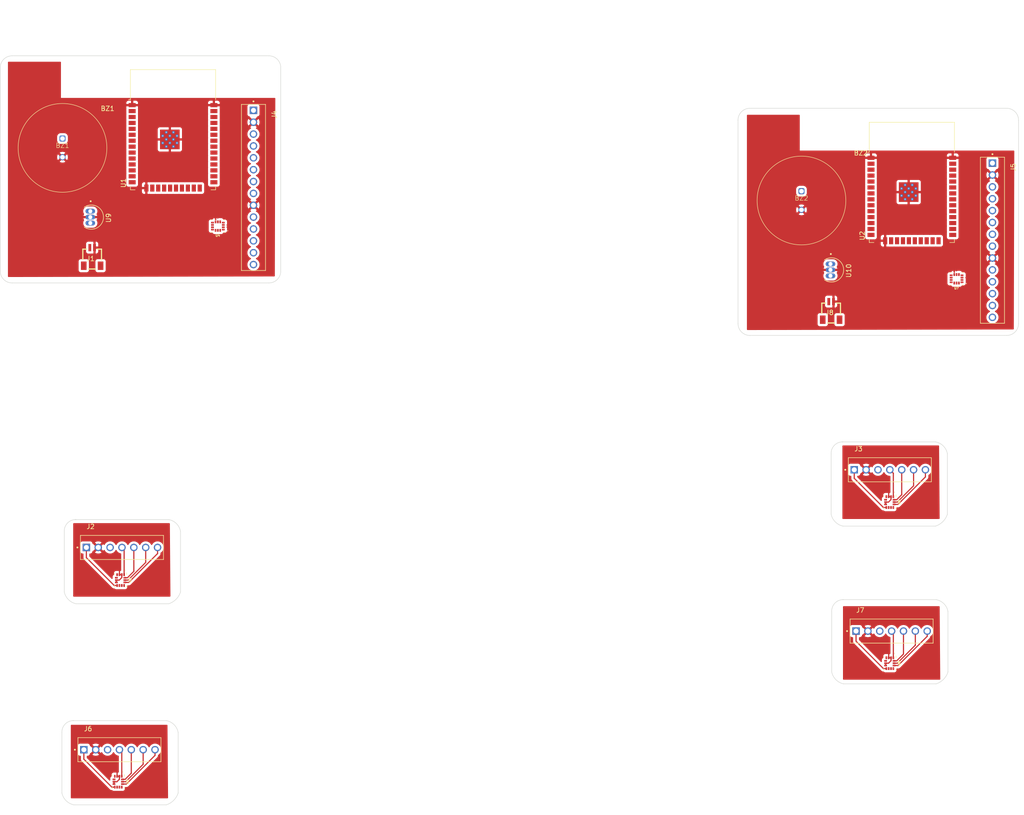
<source format=kicad_pcb>
(kicad_pcb (version 20221018) (generator pcbnew)
  (layers (0 "F.Cu" signal) (31 "B.Cu" signal) (34 "B.Paste" user) (35 "F.Paste" user) (36 "B.SilkS" user "B.Silkscreen") (37 "F.SilkS" user "F.Silkscreen") (38 "B.Mask" user) (39 "F.Mask" user) (44 "Edge.Cuts" user))
  (net 0 "")
  (net 1 "GND")
  (net 2 "+3.3V")
  (net 14 "Net-(BZ1-+)")
  (net 22 "MOSI")
  (net 26 "CS0")
  (net 27 "CS2")
  (net 29 "CLK")
  (net 30 "MISO")
  (net 32 "CS1")
  (net 48 "Net-(BZ2-+)")
  (net 96 "Net-(U9-IN)")
  (net 97 "Net-(U10-IN)")
  (net 98 "3.3V")
  (footprint "LSM6DSMTR (1):PQFN50P300X250X86-14N" (layer "F.Cu") (at 43.942 171.577 -90)
    (fp_text reference "U5" (at 0.024 -2.0048 90) (layer "F.SilkS") (effects (font (size 0.48 0.48))))
    (fp_text value "LSM6DSMTR")
    (pad "1" smd rect (at -1.16 -0.75 270) (size 0.6 0.35) (layers "F.Cu" "F.Paste" "F.Mask") (net 30 "MISO"))
    (pad "2" smd rect (at -1.16 -0.25 270) (size 0.6 0.35) (layers "F.Cu" "F.Paste" "F.Mask") (net 1 "GND"))
    (pad "3" smd rect (at -1.16 0.25 270) (size 0.6 0.35) (layers "F.Cu" "F.Paste" "F.Mask") (net 1 "GND"))
    (pad "4" smd rect (at -1.16 0.75 270) (size 0.6 0.35) (layers "F.Cu" "F.Paste" "F.Mask"))
    (pad "5" smd rect (at -0.5 0.91) (size 0.6 0.35) (layers "F.Cu" "F.Paste" "F.Mask"))
    (pad "6" smd rect (at 0 0.91) (size 0.6 0.35) (layers "F.Cu" "F.Paste" "F.Mask") (net 1 "GND"))
    (pad "7" smd rect (at 0.5 0.91) (size 0.6 0.35) (layers "F.Cu" "F.Paste" "F.Mask") (net 1 "GND"))
    (pad "8" smd rect (at 1.16 0.75 270) (size 0.6 0.35) (layers "F.Cu" "F.Paste" "F.Mask") (net 2 "+3.3V"))
    (pad "9" smd rect (at 1.16 0.25 270) (size 0.6 0.35) (layers "F.Cu" "F.Paste" "F.Mask"))
    (pad "10" smd rect (at 1.16 -0.25 270) (size 0.6 0.35) (layers "F.Cu" "F.Paste" "F.Mask"))
    (pad "11" smd rect (at 1.16 -0.75 270) (size 0.6 0.35) (layers "F.Cu" "F.Paste" "F.Mask"))
    (pad "12" smd rect (at 0.5 -0.91) (size 0.6 0.35) (layers "F.Cu" "F.Paste" "F.Mask") (net 27 "CS2"))
    (pad "13" smd rect (at 0 -0.91) (size 0.6 0.35) (layers "F.Cu" "F.Paste" "F.Mask") (net 29 "CLK"))
    (pad "14" smd rect (at -0.5 -0.91) (size 0.6 0.35) (layers "F.Cu" "F.Paste" "F.Mask") (net 22 "MOSI"))
  )
  (footprint "69167-107HLF:AMPHENOL_69167-107HLF" (layer "F.Cu") (at 209.55 139.319)
    (fp_text reference "J7" (at -6.715 -4.465) (layer "F.SilkS"))
    (fp_text value "69167-107HLF")
    (pad "01" thru_hole rect (at -7.62 0) (size 1.59 1.59) (drill 1.06) (layers "*.Cu" "*.Mask") (net 2 "+3.3V"))
    (pad "02" thru_hole circle (at -5.08 0) (size 1.59 1.59) (drill 1.06) (layers "*.Cu" "*.Mask") (net 1 "GND"))
    (pad "03" thru_hole circle (at -2.54 0) (size 1.59 1.59) (drill 1.06) (layers "*.Cu" "*.Mask"))
    (pad "04" thru_hole circle (at 0 0) (size 1.59 1.59) (drill 1.06) (layers "*.Cu" "*.Mask") (net 30 "MISO"))
    (pad "05" thru_hole circle (at 2.54 0) (size 1.59 1.59) (drill 1.06) (layers "*.Cu" "*.Mask") (net 22 "MOSI"))
    (pad "06" thru_hole circle (at 5.08 0) (size 1.59 1.59) (drill 1.06) (layers "*.Cu" "*.Mask") (net 29 "CLK"))
    (pad "07" thru_hole circle (at 7.62 0) (size 1.59 1.59) (drill 1.06) (layers "*.Cu" "*.Mask") (net 27 "CS2"))
  )
  (footprint "LSM6DSMTR (1):PQFN50P300X250X86-14N" (layer "F.Cu") (at 44.45 128.397 -90)
    (fp_text reference "U3" (at 0.024 -2.0048 90) (layer "F.SilkS") (effects (font (size 0.48 0.48))))
    (fp_text value "LSM6DSMTR")
    (pad "1" smd rect (at -1.16 -0.75 270) (size 0.6 0.35) (layers "F.Cu" "F.Paste" "F.Mask") (net 30 "MISO"))
    (pad "2" smd rect (at -1.16 -0.25 270) (size 0.6 0.35) (layers "F.Cu" "F.Paste" "F.Mask") (net 1 "GND"))
    (pad "3" smd rect (at -1.16 0.25 270) (size 0.6 0.35) (layers "F.Cu" "F.Paste" "F.Mask") (net 1 "GND"))
    (pad "4" smd rect (at -1.16 0.75 270) (size 0.6 0.35) (layers "F.Cu" "F.Paste" "F.Mask"))
    (pad "5" smd rect (at -0.5 0.91) (size 0.6 0.35) (layers "F.Cu" "F.Paste" "F.Mask"))
    (pad "6" smd rect (at 0 0.91) (size 0.6 0.35) (layers "F.Cu" "F.Paste" "F.Mask") (net 1 "GND"))
    (pad "7" smd rect (at 0.5 0.91) (size 0.6 0.35) (layers "F.Cu" "F.Paste" "F.Mask") (net 1 "GND"))
    (pad "8" smd rect (at 1.16 0.75 270) (size 0.6 0.35) (layers "F.Cu" "F.Paste" "F.Mask") (net 2 "+3.3V"))
    (pad "9" smd rect (at 1.16 0.25 270) (size 0.6 0.35) (layers "F.Cu" "F.Paste" "F.Mask"))
    (pad "10" smd rect (at 1.16 -0.25 270) (size 0.6 0.35) (layers "F.Cu" "F.Paste" "F.Mask"))
    (pad "11" smd rect (at 1.16 -0.75 270) (size 0.6 0.35) (layers "F.Cu" "F.Paste" "F.Mask"))
    (pad "12" smd rect (at 0.5 -0.91) (size 0.6 0.35) (layers "F.Cu" "F.Paste" "F.Mask") (net 26 "CS0"))
    (pad "13" smd rect (at 0 -0.91) (size 0.6 0.35) (layers "F.Cu" "F.Paste" "F.Mask") (net 29 "CLK"))
    (pad "14" smd rect (at -0.5 -0.91) (size 0.6 0.35) (layers "F.Cu" "F.Paste" "F.Mask") (net 22 "MOSI"))
  )
  (footprint "69167-114HLF:AMPHENOL_69167-114HLF" (layer "F.Cu") (at 231.14 55.626 -90)
    (fp_text reference "J5" (at -15.605 -4.465 90) (layer "F.SilkS"))
    (fp_text value "69167-114HLF")
    (pad "01" thru_hole rect (at -16.51 0 270) (size 1.59 1.59) (drill 1.06) (layers "*.Cu" "*.Mask") (net 2 "+3.3V"))
    (pad "02" thru_hole circle (at -13.97 0 270) (size 1.59 1.59) (drill 1.06) (layers "*.Cu" "*.Mask") (net 1 "GND"))
    (pad "03" thru_hole circle (at -11.43 0 270) (size 1.59 1.59) (drill 1.06) (layers "*.Cu" "*.Mask"))
    (pad "04" thru_hole circle (at -8.89 0 270) (size 1.59 1.59) (drill 1.06) (layers "*.Cu" "*.Mask") (net 30 "MISO"))
    (pad "05" thru_hole circle (at -6.35 0 270) (size 1.59 1.59) (drill 1.06) (layers "*.Cu" "*.Mask") (net 22 "MOSI"))
    (pad "06" thru_hole circle (at -3.81 0 270) (size 1.59 1.59) (drill 1.06) (layers "*.Cu" "*.Mask") (net 29 "CLK"))
    (pad "07" thru_hole circle (at -1.27 0 270) (size 1.59 1.59) (drill 1.06) (layers "*.Cu" "*.Mask") (net 27 "CS2"))
    (pad "08" thru_hole circle (at 1.27 0 270) (size 1.59 1.59) (drill 1.06) (layers "*.Cu" "*.Mask") (net 2 "+3.3V"))
    (pad "09" thru_hole circle (at 3.81 0 270) (size 1.59 1.59) (drill 1.06) (layers "*.Cu" "*.Mask") (net 1 "GND"))
    (pad "10" thru_hole circle (at 6.35 0 270) (size 1.59 1.59) (drill 1.06) (layers "*.Cu" "*.Mask"))
    (pad "11" thru_hole circle (at 8.89 0 270) (size 1.59 1.59) (drill 1.06) (layers "*.Cu" "*.Mask") (net 30 "MISO"))
    (pad "12" thru_hole circle (at 11.43 0 270) (size 1.59 1.59) (drill 1.06) (layers "*.Cu" "*.Mask") (net 22 "MOSI"))
    (pad "13" thru_hole circle (at 13.97 0 270) (size 1.59 1.59) (drill 1.06) (layers "*.Cu" "*.Mask") (net 29 "CLK"))
    (pad "14" thru_hole circle (at 16.51 0 270) (size 1.59 1.59) (drill 1.06) (layers "*.Cu" "*.Mask") (net 26 "CS0"))
  )
  (footprint "SM02B-SRSS-TB_LF__SN_:SM02B-SRSS-TB_LF__SN_" (layer "F.Cu") (at 38.354 59.182)
    (fp_text reference "J1" (at -0.346857 0.390964) (layer "F.SilkS") (effects (font (size 1.00248 1.00248))))
    (fp_text value "SM02B-SRSS-TB_LF__SN_")
    (pad "1" smd rect (at -0.5 -1.975 90) (size 1.55 0.6) (layers "F.Cu" "F.Paste" "F.Mask") (net 96 "Net-(U9-IN)"))
    (pad "2" smd rect (at 0.5 -1.975 90) (size 1.55 0.6) (layers "F.Cu" "F.Paste" "F.Mask") (net 1 "GND"))
    (pad "3" smd rect (at -1.8 1.9 90) (size 1.8 1.2) (layers "F.Cu" "F.Paste" "F.Mask"))
    (pad "4" smd rect (at 1.8 1.9 90) (size 1.8 1.2) (layers "F.Cu" "F.Paste" "F.Mask"))
  )
  (footprint "RF_Module:ESP32-WROOM-32" (layer "F.Cu") (at 55.67 34.945)
    (fp_text reference "U1" (at -10.61 8.43 90) (layer "F.SilkS"))
    (fp_text value "ESP32-WROOM-32")
    (pad "1" smd rect (at -8.75 -8.25) (size 1.5 0.9) (layers "F.Cu" "F.Paste" "F.Mask") (net 1 "GND"))
    (pad "2" smd rect (at -8.75 -6.98) (size 1.5 0.9) (layers "F.Cu" "F.Paste" "F.Mask") (net 98 "3.3V"))
    (pad "3" smd rect (at -8.75 -5.71) (size 1.5 0.9) (layers "F.Cu" "F.Paste" "F.Mask"))
    (pad "4" smd rect (at -8.75 -4.44) (size 1.5 0.9) (layers "F.Cu" "F.Paste" "F.Mask"))
    (pad "5" smd rect (at -8.75 -3.17) (size 1.5 0.9) (layers "F.Cu" "F.Paste" "F.Mask"))
    (pad "6" smd rect (at -8.75 -1.9) (size 1.5 0.9) (layers "F.Cu" "F.Paste" "F.Mask"))
    (pad "7" smd rect (at -8.75 -0.63) (size 1.5 0.9) (layers "F.Cu" "F.Paste" "F.Mask"))
    (pad "8" smd rect (at -8.75 0.64) (size 1.5 0.9) (layers "F.Cu" "F.Paste" "F.Mask"))
    (pad "9" smd rect (at -8.75 1.91) (size 1.5 0.9) (layers "F.Cu" "F.Paste" "F.Mask"))
    (pad "10" smd rect (at -8.75 3.18) (size 1.5 0.9) (layers "F.Cu" "F.Paste" "F.Mask"))
    (pad "11" smd rect (at -8.75 4.45) (size 1.5 0.9) (layers "F.Cu" "F.Paste" "F.Mask"))
    (pad "12" smd rect (at -8.75 5.72) (size 1.5 0.9) (layers "F.Cu" "F.Paste" "F.Mask"))
    (pad "13" smd rect (at -8.75 6.99) (size 1.5 0.9) (layers "F.Cu" "F.Paste" "F.Mask"))
    (pad "14" smd rect (at -8.75 8.26) (size 1.5 0.9) (layers "F.Cu" "F.Paste" "F.Mask"))
    (pad "15" smd rect (at -5.71 9.51 90) (size 1.5 0.9) (layers "F.Cu" "F.Paste" "F.Mask") (net 1 "GND"))
    (pad "16" smd rect (at -4.44 9.51 90) (size 1.5 0.9) (layers "F.Cu" "F.Paste" "F.Mask"))
    (pad "17" smd rect (at -3.17 9.51 90) (size 1.5 0.9) (layers "F.Cu" "F.Paste" "F.Mask"))
    (pad "18" smd rect (at -1.9 9.51 90) (size 1.5 0.9) (layers "F.Cu" "F.Paste" "F.Mask"))
    (pad "19" smd rect (at -0.63 9.51 90) (size 1.5 0.9) (layers "F.Cu" "F.Paste" "F.Mask"))
    (pad "20" smd rect (at 0.64 9.51 90) (size 1.5 0.9) (layers "F.Cu" "F.Paste" "F.Mask"))
    (pad "21" smd rect (at 1.91 9.51 90) (size 1.5 0.9) (layers "F.Cu" "F.Paste" "F.Mask"))
    (pad "22" smd rect (at 3.18 9.51 90) (size 1.5 0.9) (layers "F.Cu" "F.Paste" "F.Mask"))
    (pad "23" smd rect (at 4.45 9.51 90) (size 1.5 0.9) (layers "F.Cu" "F.Paste" "F.Mask") (net 22 "MOSI"))
    (pad "24" smd rect (at 5.72 9.51 90) (size 1.5 0.9) (layers "F.Cu" "F.Paste" "F.Mask"))
    (pad "25" smd rect (at 8.75 8.26) (size 1.5 0.9) (layers "F.Cu" "F.Paste" "F.Mask"))
    (pad "26" smd rect (at 8.75 6.99) (size 1.5 0.9) (layers "F.Cu" "F.Paste" "F.Mask"))
    (pad "27" smd rect (at 8.75 5.72) (size 1.5 0.9) (layers "F.Cu" "F.Paste" "F.Mask") (net 27 "CS2"))
    (pad "28" smd rect (at 8.75 4.45) (size 1.5 0.9) (layers "F.Cu" "F.Paste" "F.Mask") (net 32 "CS1"))
    (pad "29" smd rect (at 8.75 3.18) (size 1.5 0.9) (layers "F.Cu" "F.Paste" "F.Mask") (net 26 "CS0"))
    (pad "30" smd rect (at 8.75 1.91) (size 1.5 0.9) (layers "F.Cu" "F.Paste" "F.Mask") (net 29 "CLK"))
    (pad "31" smd rect (at 8.75 0.64) (size 1.5 0.9) (layers "F.Cu" "F.Paste" "F.Mask") (net 30 "MISO"))
    (pad "32" smd rect (at 8.75 -0.63) (size 1.5 0.9) (layers "F.Cu" "F.Paste" "F.Mask"))
    (pad "33" smd rect (at 8.75 -1.9) (size 1.5 0.9) (layers "F.Cu" "F.Paste" "F.Mask") (net 14 "Net-(BZ1-+)"))
    (pad "34" smd rect (at 8.75 -3.17) (size 1.5 0.9) (layers "F.Cu" "F.Paste" "F.Mask"))
    (pad "35" smd rect (at 8.75 -4.44) (size 1.5 0.9) (layers "F.Cu" "F.Paste" "F.Mask"))
    (pad "36" smd rect (at 8.75 -5.71) (size 1.5 0.9) (layers "F.Cu" "F.Paste" "F.Mask"))
    (pad "37" smd rect (at 8.75 -6.98) (size 1.5 0.9) (layers "F.Cu" "F.Paste" "F.Mask"))
    (pad "38" smd rect (at 8.75 -8.25) (size 1.5 0.9) (layers "F.Cu" "F.Paste" "F.Mask") (net 1 "GND"))
    (pad "39" smd rect (at -2.205 -2.435) (size 1.05 1.05) (layers "F.Cu" "F.Paste") (net 1 "GND"))
    (pad "39" thru_hole circle (at -2.205 -1.6725) (size 0.6 0.6) (drill 0.2) (property pad_prop_heatsink) (layers "*.Cu" "F.Mask") (net 1 "GND"))
    (pad "39" smd rect (at -2.205 -0.91) (size 1.05 1.05) (layers "F.Cu" "F.Paste") (net 1 "GND"))
    (pad "39" thru_hole circle (at -2.205 -0.1475) (size 0.6 0.6) (drill 0.2) (property pad_prop_heatsink) (layers "*.Cu" "F.Mask") (net 1 "GND"))
    (pad "39" smd rect (at -2.205 0.615) (size 1.05 1.05) (layers "F.Cu" "F.Paste") (net 1 "GND"))
    (pad "39" thru_hole circle (at -1.4425 -2.435) (size 0.6 0.6) (drill 0.2) (property pad_prop_heatsink) (layers "*.Cu" "F.Mask") (net 1 "GND"))
    (pad "39" thru_hole circle (at -1.4425 -0.91) (size 0.6 0.6) (drill 0.2) (property pad_prop_heatsink) (layers "*.Cu" "F.Mask") (net 1 "GND"))
    (pad "39" thru_hole circle (at -1.4425 0.615) (size 0.6 0.6) (drill 0.2) (property pad_prop_heatsink) (layers "*.Cu" "F.Mask") (net 1 "GND"))
    (pad "39" smd rect (at -0.68 -2.435) (size 1.05 1.05) (layers "F.Cu" "F.Paste") (net 1 "GND"))
    (pad "39" thru_hole circle (at -0.68 -1.6725) (size 0.6 0.6) (drill 0.2) (property pad_prop_heatsink) (layers "*.Cu" "F.Mask") (net 1 "GND"))
    (pad "39" smd rect (at -0.68 -0.91) (size 1.05 1.05) (layers "F.Cu" "F.Paste") (net 1 "GND"))
    (pad "39" smd rect (at -0.68 -0.91) (size 4.2 4.2) (layers "F.Cu" "F.Mask") (net 1 "GND"))
    (pad "39" thru_hole circle (at -0.68 -0.1475) (size 0.6 0.6) (drill 0.2) (property pad_prop_heatsink) (layers "*.Cu" "F.Mask") (net 1 "GND"))
    (pad "39" smd rect (at -0.68 0.615) (size 1.05 1.05) (layers "F.Cu" "F.Paste") (net 1 "GND"))
    (pad "39" thru_hole circle (at 0.0825 -2.435) (size 0.6 0.6) (drill 0.2) (property pad_prop_heatsink) (layers "*.Cu" "F.Mask") (net 1 "GND"))
    (pad "39" thru_hole circle (at 0.0825 -0.91) (size 0.6 0.6) (drill 0.2) (property pad_prop_heatsink) (layers "*.Cu" "F.Mask") (net 1 "GND"))
    (pad "39" thru_hole circle (at 0.0825 0.615) (size 0.6 0.6) (drill 0.2) (property pad_prop_heatsink) (layers "*.Cu" "F.Mask") (net 1 "GND"))
    (pad "39" smd rect (at 0.845 -2.435) (size 1.05 1.05) (layers "F.Cu" "F.Paste") (net 1 "GND"))
    (pad "39" thru_hole circle (at 0.845 -1.6725) (size 0.6 0.6) (drill 0.2) (property pad_prop_heatsink) (layers "*.Cu" "F.Mask") (net 1 "GND"))
    (pad "39" smd rect (at 0.845 -0.91) (size 1.05 1.05) (layers "F.Cu" "F.Paste") (net 1 "GND"))
    (pad "39" thru_hole circle (at 0.845 -0.1475) (size 0.6 0.6) (drill 0.2) (property pad_prop_heatsink) (layers "*.Cu" "F.Mask") (net 1 "GND"))
    (pad "39" smd rect (at 0.845 0.615) (size 1.05 1.05) (layers "F.Cu" "F.Paste") (net 1 "GND"))
    (zone (net 0) (net_name "") (layers "F.Cu" "In1.Cu" "B.Cu") (connect_pads (clearance 0)) (min_thickness 0.254)
      (keepout (tracks not_allowed) (vias not_allowed) (pads not_allowed) (copperpour not_allowed) (footprints not_allowed))
      (fill (thermal_gap 0.508) (thermal_bridge_width 0.508))
      (polygon (pts (xy 31.67 25.145) (xy 79.67 25.145) (xy 79.67 4.205) (xy 31.67 4.205)))
    )
  )
  (footprint "LP2950CZ-3.3_LFT3:TO92127P521H735-3" (layer "F.Cu") (at 197.231 61.976 -90)
    (fp_text reference "U10" (at 0.175 -3.135 90) (layer "F.SilkS"))
    (fp_text value "LP2950CZ-3.3_LFT3")
    (pad "1" thru_hole oval (at -1.27 0.775 270) (size 1.016 2.032) (drill 0.85) (layers "*.Cu" "*.Mask") (net 98 "3.3V"))
    (pad "2" thru_hole oval (at 0 0.775 270) (size 1.016 2.032) (drill 0.85) (layers "*.Cu" "*.Mask") (net 1 "GND"))
    (pad "3" thru_hole oval (at 1.27 0.775 270) (size 1.016 2.032) (drill 0.85) (layers "*.Cu" "*.Mask") (net 97 "Net-(U10-IN)"))
  )
  (footprint "69167-107HLF:AMPHENOL_69167-107HLF" (layer "F.Cu") (at 209.169 104.775)
    (fp_text reference "J3" (at -6.715 -4.465) (layer "F.SilkS"))
    (fp_text value "69167-107HLF")
    (pad "01" thru_hole rect (at -7.62 0) (size 1.59 1.59) (drill 1.06) (layers "*.Cu" "*.Mask") (net 2 "+3.3V"))
    (pad "02" thru_hole circle (at -5.08 0) (size 1.59 1.59) (drill 1.06) (layers "*.Cu" "*.Mask") (net 1 "GND"))
    (pad "03" thru_hole circle (at -2.54 0) (size 1.59 1.59) (drill 1.06) (layers "*.Cu" "*.Mask"))
    (pad "04" thru_hole circle (at 0 0) (size 1.59 1.59) (drill 1.06) (layers "*.Cu" "*.Mask") (net 30 "MISO"))
    (pad "05" thru_hole circle (at 2.54 0) (size 1.59 1.59) (drill 1.06) (layers "*.Cu" "*.Mask") (net 22 "MOSI"))
    (pad "06" thru_hole circle (at 5.08 0) (size 1.59 1.59) (drill 1.06) (layers "*.Cu" "*.Mask") (net 29 "CLK"))
    (pad "07" thru_hole circle (at 7.62 0) (size 1.59 1.59) (drill 1.06) (layers "*.Cu" "*.Mask") (net 26 "CS0"))
  )
  (footprint "LP2950CZ-3.3_LFT3:TO92127P521H735-3" (layer "F.Cu") (at 38.735 50.673 -90)
    (fp_text reference "U9" (at 0.175 -3.135 90) (layer "F.SilkS"))
    (fp_text value "LP2950CZ-3.3_LFT3")
    (pad "1" thru_hole oval (at -1.27 0.775 270) (size 1.016 2.032) (drill 0.85) (layers "*.Cu" "*.Mask") (net 98 "3.3V"))
    (pad "2" thru_hole oval (at 0 0.775 270) (size 1.016 2.032) (drill 0.85) (layers "*.Cu" "*.Mask") (net 1 "GND"))
    (pad "3" thru_hole oval (at 1.27 0.775 270) (size 1.016 2.032) (drill 0.85) (layers "*.Cu" "*.Mask") (net 96 "Net-(U9-IN)"))
  )
  (footprint "LSM6DSMTR (1):PQFN50P300X250X86-14N" (layer "F.Cu") (at 209.173 146.194 -90)
    (fp_text reference "U8" (at 0.024 -2.0048 90) (layer "F.SilkS") (effects (font (size 0.48 0.48))))
    (fp_text value "LSM6DSMTR")
    (pad "1" smd rect (at -1.16 -0.75 270) (size 0.6 0.35) (layers "F.Cu" "F.Paste" "F.Mask") (net 30 "MISO"))
    (pad "2" smd rect (at -1.16 -0.25 270) (size 0.6 0.35) (layers "F.Cu" "F.Paste" "F.Mask") (net 1 "GND"))
    (pad "3" smd rect (at -1.16 0.25 270) (size 0.6 0.35) (layers "F.Cu" "F.Paste" "F.Mask") (net 1 "GND"))
    (pad "4" smd rect (at -1.16 0.75 270) (size 0.6 0.35) (layers "F.Cu" "F.Paste" "F.Mask"))
    (pad "5" smd rect (at -0.5 0.91) (size 0.6 0.35) (layers "F.Cu" "F.Paste" "F.Mask"))
    (pad "6" smd rect (at 0 0.91) (size 0.6 0.35) (layers "F.Cu" "F.Paste" "F.Mask") (net 1 "GND"))
    (pad "7" smd rect (at 0.5 0.91) (size 0.6 0.35) (layers "F.Cu" "F.Paste" "F.Mask") (net 1 "GND"))
    (pad "8" smd rect (at 1.16 0.75 270) (size 0.6 0.35) (layers "F.Cu" "F.Paste" "F.Mask") (net 2 "+3.3V"))
    (pad "9" smd rect (at 1.16 0.25 270) (size 0.6 0.35) (layers "F.Cu" "F.Paste" "F.Mask"))
    (pad "10" smd rect (at 1.16 -0.25 270) (size 0.6 0.35) (layers "F.Cu" "F.Paste" "F.Mask"))
    (pad "11" smd rect (at 1.16 -0.75 270) (size 0.6 0.35) (layers "F.Cu" "F.Paste" "F.Mask"))
    (pad "12" smd rect (at 0.5 -0.91) (size 0.6 0.35) (layers "F.Cu" "F.Paste" "F.Mask") (net 27 "CS2"))
    (pad "13" smd rect (at 0 -0.91) (size 0.6 0.35) (layers "F.Cu" "F.Paste" "F.Mask") (net 29 "CLK"))
    (pad "14" smd rect (at -0.5 -0.91) (size 0.6 0.35) (layers "F.Cu" "F.Paste" "F.Mask") (net 22 "MOSI"))
  )
  (footprint "ECE 445 Footprints:AC-903-D-1P" (layer "F.Cu") (at 190.246 47.117)
    (fp_text reference "BZ2" (at 0 -0.5 unlocked) (layer "F.SilkS") (effects (font (thickness 0.1))))
    (fp_text value "Buzzer")
    (fp_text user "${REFERENCE}" (at 12.7 -10.16 unlocked) (layer "F.SilkS"))
    (pad "1" thru_hole roundrect (at 0 -2) (size 1.3 1.3) (drill 0.95) (layers "*.Cu" "*.Mask") (net 48 "Net-(BZ2-+)"))
    (pad "2" thru_hole circle (at 0 2) (size 1.3 1.3) (drill 0.95) (layers "*.Cu" "*.Mask") (net 1 "GND"))
  )
  (footprint "LSM6DSMTR (1):PQFN50P300X250X86-14N" (layer "F.Cu") (at 209.169 111.6935 -90)
    (fp_text reference "U6" (at 0.024 -2.0048 90) (layer "F.SilkS") (effects (font (size 0.48 0.48))))
    (fp_text value "LSM6DSMTR")
    (pad "1" smd rect (at -1.16 -0.75 270) (size 0.6 0.35) (layers "F.Cu" "F.Paste" "F.Mask") (net 30 "MISO"))
    (pad "2" smd rect (at -1.16 -0.25 270) (size 0.6 0.35) (layers "F.Cu" "F.Paste" "F.Mask") (net 1 "GND"))
    (pad "3" smd rect (at -1.16 0.25 270) (size 0.6 0.35) (layers "F.Cu" "F.Paste" "F.Mask") (net 1 "GND"))
    (pad "4" smd rect (at -1.16 0.75 270) (size 0.6 0.35) (layers "F.Cu" "F.Paste" "F.Mask"))
    (pad "5" smd rect (at -0.5 0.91) (size 0.6 0.35) (layers "F.Cu" "F.Paste" "F.Mask"))
    (pad "6" smd rect (at 0 0.91) (size 0.6 0.35) (layers "F.Cu" "F.Paste" "F.Mask") (net 1 "GND"))
    (pad "7" smd rect (at 0.5 0.91) (size 0.6 0.35) (layers "F.Cu" "F.Paste" "F.Mask") (net 1 "GND"))
    (pad "8" smd rect (at 1.16 0.75 270) (size 0.6 0.35) (layers "F.Cu" "F.Paste" "F.Mask") (net 2 "+3.3V"))
    (pad "9" smd rect (at 1.16 0.25 270) (size 0.6 0.35) (layers "F.Cu" "F.Paste" "F.Mask"))
    (pad "10" smd rect (at 1.16 -0.25 270) (size 0.6 0.35) (layers "F.Cu" "F.Paste" "F.Mask"))
    (pad "11" smd rect (at 1.16 -0.75 270) (size 0.6 0.35) (layers "F.Cu" "F.Paste" "F.Mask"))
    (pad "12" smd rect (at 0.5 -0.91) (size 0.6 0.35) (layers "F.Cu" "F.Paste" "F.Mask") (net 26 "CS0"))
    (pad "13" smd rect (at 0 -0.91) (size 0.6 0.35) (layers "F.Cu" "F.Paste" "F.Mask") (net 29 "CLK"))
    (pad "14" smd rect (at -0.5 -0.91) (size 0.6 0.35) (layers "F.Cu" "F.Paste" "F.Mask") (net 22 "MOSI"))
  )
  (footprint "SM02B-SRSS-TB_LF__SN_:SM02B-SRSS-TB_LF__SN_" (layer "F.Cu") (at 196.596 70.739)
    (fp_text reference "J8" (at -0.346857 0.390964) (layer "F.SilkS") (effects (font (size 1.00248 1.00248))))
    (fp_text value "SM02B-SRSS-TB_LF__SN_")
    (pad "1" smd rect (at -0.5 -1.975 90) (size 1.55 0.6) (layers "F.Cu" "F.Paste" "F.Mask") (net 97 "Net-(U10-IN)"))
    (pad "2" smd rect (at 0.5 -1.975 90) (size 1.55 0.6) (layers "F.Cu" "F.Paste" "F.Mask") (net 1 "GND"))
    (pad "3" smd rect (at -1.8 1.9 90) (size 1.8 1.2) (layers "F.Cu" "F.Paste" "F.Mask"))
    (pad "4" smd rect (at 1.8 1.9 90) (size 1.8 1.2) (layers "F.Cu" "F.Paste" "F.Mask"))
  )
  (footprint "RF_Module:ESP32-WROOM-32" (layer "F.Cu") (at 213.881 46.223)
    (fp_text reference "U2" (at -10.61 8.43 90) (layer "F.SilkS"))
    (fp_text value "ESP32-WROOM-32")
    (pad "1" smd rect (at -8.75 -8.25) (size 1.5 0.9) (layers "F.Cu" "F.Paste" "F.Mask") (net 1 "GND"))
    (pad "2" smd rect (at -8.75 -6.98) (size 1.5 0.9) (layers "F.Cu" "F.Paste" "F.Mask") (net 98 "3.3V"))
    (pad "3" smd rect (at -8.75 -5.71) (size 1.5 0.9) (layers "F.Cu" "F.Paste" "F.Mask"))
    (pad "4" smd rect (at -8.75 -4.44) (size 1.5 0.9) (layers "F.Cu" "F.Paste" "F.Mask"))
    (pad "5" smd rect (at -8.75 -3.17) (size 1.5 0.9) (layers "F.Cu" "F.Paste" "F.Mask"))
    (pad "6" smd rect (at -8.75 -1.9) (size 1.5 0.9) (layers "F.Cu" "F.Paste" "F.Mask"))
    (pad "7" smd rect (at -8.75 -0.63) (size 1.5 0.9) (layers "F.Cu" "F.Paste" "F.Mask"))
    (pad "8" smd rect (at -8.75 0.64) (size 1.5 0.9) (layers "F.Cu" "F.Paste" "F.Mask"))
    (pad "9" smd rect (at -8.75 1.91) (size 1.5 0.9) (layers "F.Cu" "F.Paste" "F.Mask"))
    (pad "10" smd rect (at -8.75 3.18) (size 1.5 0.9) (layers "F.Cu" "F.Paste" "F.Mask"))
    (pad "11" smd rect (at -8.75 4.45) (size 1.5 0.9) (layers "F.Cu" "F.Paste" "F.Mask"))
    (pad "12" smd rect (at -8.75 5.72) (size 1.5 0.9) (layers "F.Cu" "F.Paste" "F.Mask"))
    (pad "13" smd rect (at -8.75 6.99) (size 1.5 0.9) (layers "F.Cu" "F.Paste" "F.Mask"))
    (pad "14" smd rect (at -8.75 8.26) (size 1.5 0.9) (layers "F.Cu" "F.Paste" "F.Mask"))
    (pad "15" smd rect (at -5.71 9.51 90) (size 1.5 0.9) (layers "F.Cu" "F.Paste" "F.Mask") (net 1 "GND"))
    (pad "16" smd rect (at -4.44 9.51 90) (size 1.5 0.9) (layers "F.Cu" "F.Paste" "F.Mask"))
    (pad "17" smd rect (at -3.17 9.51 90) (size 1.5 0.9) (layers "F.Cu" "F.Paste" "F.Mask"))
    (pad "18" smd rect (at -1.9 9.51 90) (size 1.5 0.9) (layers "F.Cu" "F.Paste" "F.Mask"))
    (pad "19" smd rect (at -0.63 9.51 90) (size 1.5 0.9) (layers "F.Cu" "F.Paste" "F.Mask"))
    (pad "20" smd rect (at 0.64 9.51 90) (size 1.5 0.9) (layers "F.Cu" "F.Paste" "F.Mask"))
    (pad "21" smd rect (at 1.91 9.51 90) (size 1.5 0.9) (layers "F.Cu" "F.Paste" "F.Mask"))
    (pad "22" smd rect (at 3.18 9.51 90) (size 1.5 0.9) (layers "F.Cu" "F.Paste" "F.Mask"))
    (pad "23" smd rect (at 4.45 9.51 90) (size 1.5 0.9) (layers "F.Cu" "F.Paste" "F.Mask") (net 22 "MOSI"))
    (pad "24" smd rect (at 5.72 9.51 90) (size 1.5 0.9) (layers "F.Cu" "F.Paste" "F.Mask"))
    (pad "25" smd rect (at 8.75 8.26) (size 1.5 0.9) (layers "F.Cu" "F.Paste" "F.Mask"))
    (pad "26" smd rect (at 8.75 6.99) (size 1.5 0.9) (layers "F.Cu" "F.Paste" "F.Mask"))
    (pad "27" smd rect (at 8.75 5.72) (size 1.5 0.9) (layers "F.Cu" "F.Paste" "F.Mask") (net 27 "CS2"))
    (pad "28" smd rect (at 8.75 4.45) (size 1.5 0.9) (layers "F.Cu" "F.Paste" "F.Mask") (net 32 "CS1"))
    (pad "29" smd rect (at 8.75 3.18) (size 1.5 0.9) (layers "F.Cu" "F.Paste" "F.Mask") (net 26 "CS0"))
    (pad "30" smd rect (at 8.75 1.91) (size 1.5 0.9) (layers "F.Cu" "F.Paste" "F.Mask") (net 29 "CLK"))
    (pad "31" smd rect (at 8.75 0.64) (size 1.5 0.9) (layers "F.Cu" "F.Paste" "F.Mask") (net 30 "MISO"))
    (pad "32" smd rect (at 8.75 -0.63) (size 1.5 0.9) (layers "F.Cu" "F.Paste" "F.Mask"))
    (pad "33" smd rect (at 8.75 -1.9) (size 1.5 0.9) (layers "F.Cu" "F.Paste" "F.Mask") (net 48 "Net-(BZ2-+)"))
    (pad "34" smd rect (at 8.75 -3.17) (size 1.5 0.9) (layers "F.Cu" "F.Paste" "F.Mask"))
    (pad "35" smd rect (at 8.75 -4.44) (size 1.5 0.9) (layers "F.Cu" "F.Paste" "F.Mask"))
    (pad "36" smd rect (at 8.75 -5.71) (size 1.5 0.9) (layers "F.Cu" "F.Paste" "F.Mask"))
    (pad "37" smd rect (at 8.75 -6.98) (size 1.5 0.9) (layers "F.Cu" "F.Paste" "F.Mask"))
    (pad "38" smd rect (at 8.75 -8.25) (size 1.5 0.9) (layers "F.Cu" "F.Paste" "F.Mask") (net 1 "GND"))
    (pad "39" smd rect (at -2.205 -2.435) (size 1.05 1.05) (layers "F.Cu" "F.Paste") (net 1 "GND"))
    (pad "39" thru_hole circle (at -2.205 -1.6725) (size 0.6 0.6) (drill 0.2) (property pad_prop_heatsink) (layers "*.Cu" "F.Mask") (net 1 "GND"))
    (pad "39" smd rect (at -2.205 -0.91) (size 1.05 1.05) (layers "F.Cu" "F.Paste") (net 1 "GND"))
    (pad "39" thru_hole circle (at -2.205 -0.1475) (size 0.6 0.6) (drill 0.2) (property pad_prop_heatsink) (layers "*.Cu" "F.Mask") (net 1 "GND"))
    (pad "39" smd rect (at -2.205 0.615) (size 1.05 1.05) (layers "F.Cu" "F.Paste") (net 1 "GND"))
    (pad "39" thru_hole circle (at -1.4425 -2.435) (size 0.6 0.6) (drill 0.2) (property pad_prop_heatsink) (layers "*.Cu" "F.Mask") (net 1 "GND"))
    (pad "39" thru_hole circle (at -1.4425 -0.91) (size 0.6 0.6) (drill 0.2) (property pad_prop_heatsink) (layers "*.Cu" "F.Mask") (net 1 "GND"))
    (pad "39" thru_hole circle (at -1.4425 0.615) (size 0.6 0.6) (drill 0.2) (property pad_prop_heatsink) (layers "*.Cu" "F.Mask") (net 1 "GND"))
    (pad "39" smd rect (at -0.68 -2.435) (size 1.05 1.05) (layers "F.Cu" "F.Paste") (net 1 "GND"))
    (pad "39" thru_hole circle (at -0.68 -1.6725) (size 0.6 0.6) (drill 0.2) (property pad_prop_heatsink) (layers "*.Cu" "F.Mask") (net 1 "GND"))
    (pad "39" smd rect (at -0.68 -0.91) (size 1.05 1.05) (layers "F.Cu" "F.Paste") (net 1 "GND"))
    (pad "39" smd rect (at -0.68 -0.91) (size 4.2 4.2) (layers "F.Cu" "F.Mask") (net 1 "GND"))
    (pad "39" thru_hole circle (at -0.68 -0.1475) (size 0.6 0.6) (drill 0.2) (property pad_prop_heatsink) (layers "*.Cu" "F.Mask") (net 1 "GND"))
    (pad "39" smd rect (at -0.68 0.615) (size 1.05 1.05) (layers "F.Cu" "F.Paste") (net 1 "GND"))
    (pad "39" thru_hole circle (at 0.0825 -2.435) (size 0.6 0.6) (drill 0.2) (property pad_prop_heatsink) (layers "*.Cu" "F.Mask") (net 1 "GND"))
    (pad "39" thru_hole circle (at 0.0825 -0.91) (size 0.6 0.6) (drill 0.2) (property pad_prop_heatsink) (layers "*.Cu" "F.Mask") (net 1 "GND"))
    (pad "39" thru_hole circle (at 0.0825 0.615) (size 0.6 0.6) (drill 0.2) (property pad_prop_heatsink) (layers "*.Cu" "F.Mask") (net 1 "GND"))
    (pad "39" smd rect (at 0.845 -2.435) (size 1.05 1.05) (layers "F.Cu" "F.Paste") (net 1 "GND"))
    (pad "39" thru_hole circle (at 0.845 -1.6725) (size 0.6 0.6) (drill 0.2) (property pad_prop_heatsink) (layers "*.Cu" "F.Mask") (net 1 "GND"))
    (pad "39" smd rect (at 0.845 -0.91) (size 1.05 1.05) (layers "F.Cu" "F.Paste") (net 1 "GND"))
    (pad "39" thru_hole circle (at 0.845 -0.1475) (size 0.6 0.6) (drill 0.2) (property pad_prop_heatsink) (layers "*.Cu" "F.Mask") (net 1 "GND"))
    (pad "39" smd rect (at 0.845 0.615) (size 1.05 1.05) (layers "F.Cu" "F.Paste") (net 1 "GND"))
    (zone (net 0) (net_name "") (layers "F.Cu" "In1.Cu" "B.Cu") (connect_pads (clearance 0)) (min_thickness 0.254)
      (keepout (tracks not_allowed) (vias not_allowed) (pads not_allowed) (copperpour not_allowed) (footprints not_allowed))
      (fill (thermal_gap 0.508) (thermal_bridge_width 0.508))
      (polygon (pts (xy 189.881 36.423) (xy 237.881 36.423) (xy 237.881 15.483) (xy 189.881 15.483)))
    )
  )
  (footprint "ECE 445 Footprints:AC-903-D-1P" (layer "F.Cu") (at 32.004 35.846)
    (fp_text reference "BZ1" (at 0 -0.5 unlocked) (layer "F.SilkS") (effects (font (thickness 0.1))))
    (fp_text value "Buzzer")
    (fp_text user "${REFERENCE}" (at 9.652 -8.414 unlocked) (layer "F.SilkS"))
    (pad "1" thru_hole roundrect (at 0 -2) (size 1.3 1.3) (drill 0.95) (layers "*.Cu" "*.Mask") (net 14 "Net-(BZ1-+)"))
    (pad "2" thru_hole circle (at 0 2) (size 1.3 1.3) (drill 0.95) (layers "*.Cu" "*.Mask") (net 1 "GND"))
  )
  (footprint "LSM6DSMTR (1):PQFN50P300X250X86-14N" (layer "F.Cu") (at 223.4595 63.881 180)
    (fp_text reference "U7" (at 0.024 -2.0048) (layer "F.SilkS") (effects (font (size 0.48 0.48))))
    (fp_text value "LSM6DSMTR")
    (pad "1" smd rect (at -1.16 -0.75 180) (size 0.6 0.35) (layers "F.Cu" "F.Paste" "F.Mask") (net 30 "MISO"))
    (pad "2" smd rect (at -1.16 -0.25 180) (size 0.6 0.35) (layers "F.Cu" "F.Paste" "F.Mask"))
    (pad "3" smd rect (at -1.16 0.25 180) (size 0.6 0.35) (layers "F.Cu" "F.Paste" "F.Mask") (net 1 "GND"))
    (pad "4" smd rect (at -1.16 0.75 180) (size 0.6 0.35) (layers "F.Cu" "F.Paste" "F.Mask"))
    (pad "5" smd rect (at -0.5 0.91 270) (size 0.6 0.35) (layers "F.Cu" "F.Paste" "F.Mask"))
    (pad "6" smd rect (at 0 0.91 270) (size 0.6 0.35) (layers "F.Cu" "F.Paste" "F.Mask") (net 1 "GND"))
    (pad "7" smd rect (at 0.5 0.91 270) (size 0.6 0.35) (layers "F.Cu" "F.Paste" "F.Mask") (net 1 "GND"))
    (pad "8" smd rect (at 1.16 0.75 180) (size 0.6 0.35) (layers "F.Cu" "F.Paste" "F.Mask") (net 2 "+3.3V"))
    (pad "9" smd rect (at 1.16 0.25 180) (size 0.6 0.35) (layers "F.Cu" "F.Paste" "F.Mask"))
    (pad "10" smd rect (at 1.16 -0.25 180) (size 0.6 0.35) (layers "F.Cu" "F.Paste" "F.Mask"))
    (pad "11" smd rect (at 1.16 -0.75 180) (size 0.6 0.35) (layers "F.Cu" "F.Paste" "F.Mask"))
    (pad "12" smd rect (at 0.5 -0.91 270) (size 0.6 0.35) (layers "F.Cu" "F.Paste" "F.Mask") (net 32 "CS1"))
    (pad "13" smd rect (at 0 -0.91 270) (size 0.6 0.35) (layers "F.Cu" "F.Paste" "F.Mask") (net 29 "CLK"))
    (pad "14" smd rect (at -0.5 -0.91 270) (size 0.6 0.35) (layers "F.Cu" "F.Paste" "F.Mask") (net 22 "MOSI"))
  )
  (footprint "69167-107HLF:AMPHENOL_69167-107HLF" (layer "F.Cu") (at 44.7375 121.412)
    (fp_text reference "J2" (at -6.715 -4.465) (layer "F.SilkS"))
    (fp_text value "69167-107HLF")
    (pad "01" thru_hole rect (at -7.62 0) (size 1.59 1.59) (drill 1.06) (layers "*.Cu" "*.Mask") (net 2 "+3.3V"))
    (pad "02" thru_hole circle (at -5.08 0) (size 1.59 1.59) (drill 1.06) (layers "*.Cu" "*.Mask") (net 1 "GND"))
    (pad "03" thru_hole circle (at -2.54 0) (size 1.59 1.59) (drill 1.06) (layers "*.Cu" "*.Mask"))
    (pad "04" thru_hole circle (at 0 0) (size 1.59 1.59) (drill 1.06) (layers "*.Cu" "*.Mask") (net 30 "MISO"))
    (pad "05" thru_hole circle (at 2.54 0) (size 1.59 1.59) (drill 1.06) (layers "*.Cu" "*.Mask") (net 22 "MOSI"))
    (pad "06" thru_hole circle (at 5.08 0) (size 1.59 1.59) (drill 1.06) (layers "*.Cu" "*.Mask") (net 29 "CLK"))
    (pad "07" thru_hole circle (at 7.62 0) (size 1.59 1.59) (drill 1.06) (layers "*.Cu" "*.Mask") (net 26 "CS0"))
  )
  (footprint "LSM6DSMTR (1):PQFN50P300X250X86-14N" (layer "F.Cu") (at 65.278 52.599 180)
    (fp_text reference "U4" (at 0.024 -2.0048) (layer "F.SilkS") (effects (font (size 0.48 0.48))))
    (fp_text value "LSM6DSMTR")
    (pad "1" smd rect (at -1.16 -0.75 180) (size 0.6 0.35) (layers "F.Cu" "F.Paste" "F.Mask") (net 30 "MISO"))
    (pad "2" smd rect (at -1.16 -0.25 180) (size 0.6 0.35) (layers "F.Cu" "F.Paste" "F.Mask") (net 1 "GND"))
    (pad "3" smd rect (at -1.16 0.25 180) (size 0.6 0.35) (layers "F.Cu" "F.Paste" "F.Mask") (net 1 "GND"))
    (pad "4" smd rect (at -1.16 0.75 180) (size 0.6 0.35) (layers "F.Cu" "F.Paste" "F.Mask"))
    (pad "5" smd rect (at -0.5 0.91 270) (size 0.6 0.35) (layers "F.Cu" "F.Paste" "F.Mask"))
    (pad "6" smd rect (at 0 0.91 270) (size 0.6 0.35) (layers "F.Cu" "F.Paste" "F.Mask") (net 1 "GND"))
    (pad "7" smd rect (at 0.5 0.91 270) (size 0.6 0.35) (layers "F.Cu" "F.Paste" "F.Mask") (net 1 "GND"))
    (pad "8" smd rect (at 1.16 0.75 180) (size 0.6 0.35) (layers "F.Cu" "F.Paste" "F.Mask") (net 2 "+3.3V"))
    (pad "9" smd rect (at 1.16 0.25 180) (size 0.6 0.35) (layers "F.Cu" "F.Paste" "F.Mask"))
    (pad "10" smd rect (at 1.16 -0.25 180) (size 0.6 0.35) (layers "F.Cu" "F.Paste" "F.Mask"))
    (pad "11" smd rect (at 1.16 -0.75 180) (size 0.6 0.35) (layers "F.Cu" "F.Paste" "F.Mask"))
    (pad "12" smd rect (at 0.5 -0.91 270) (size 0.6 0.35) (layers "F.Cu" "F.Paste" "F.Mask") (net 32 "CS1"))
    (pad "13" smd rect (at 0 -0.91 270) (size 0.6 0.35) (layers "F.Cu" "F.Paste" "F.Mask") (net 29 "CLK"))
    (pad "14" smd rect (at -0.5 -0.91 270) (size 0.6 0.35) (layers "F.Cu" "F.Paste" "F.Mask") (net 22 "MOSI"))
  )
  (footprint "69167-107HLF:AMPHENOL_69167-107HLF" (layer "F.Cu") (at 44.196 164.719)
    (fp_text reference "J6" (at -6.715 -4.465) (layer "F.SilkS"))
    (fp_text value "69167-107HLF")
    (pad "01" thru_hole rect (at -7.62 0) (size 1.59 1.59) (drill 1.06) (layers "*.Cu" "*.Mask") (net 2 "+3.3V"))
    (pad "02" thru_hole circle (at -5.08 0) (size 1.59 1.59) (drill 1.06) (layers "*.Cu" "*.Mask") (net 1 "GND"))
    (pad "03" thru_hole circle (at -2.54 0) (size 1.59 1.59) (drill 1.06) (layers "*.Cu" "*.Mask"))
    (pad "04" thru_hole circle (at 0 0) (size 1.59 1.59) (drill 1.06) (layers "*.Cu" "*.Mask") (net 30 "MISO"))
    (pad "05" thru_hole circle (at 2.54 0) (size 1.59 1.59) (drill 1.06) (layers "*.Cu" "*.Mask") (net 22 "MOSI"))
    (pad "06" thru_hole circle (at 5.08 0) (size 1.59 1.59) (drill 1.06) (layers "*.Cu" "*.Mask") (net 29 "CLK"))
    (pad "07" thru_hole circle (at 7.62 0) (size 1.59 1.59) (drill 1.06) (layers "*.Cu" "*.Mask") (net 27 "CS2"))
  )
  (footprint "69167-114HLF:AMPHENOL_69167-114HLF" (layer "F.Cu") (at 72.898 44.323 -90)
    (fp_text reference "J4" (at -15.605 -4.465 90) (layer "F.SilkS"))
    (fp_text value "69167-114HLF")
    (pad "01" thru_hole rect (at -16.51 0 270) (size 1.59 1.59) (drill 1.06) (layers "*.Cu" "*.Mask") (net 2 "+3.3V"))
    (pad "02" thru_hole circle (at -13.97 0 270) (size 1.59 1.59) (drill 1.06) (layers "*.Cu" "*.Mask") (net 1 "GND"))
    (pad "03" thru_hole circle (at -11.43 0 270) (size 1.59 1.59) (drill 1.06) (layers "*.Cu" "*.Mask"))
    (pad "04" thru_hole circle (at -8.89 0 270) (size 1.59 1.59) (drill 1.06) (layers "*.Cu" "*.Mask") (net 30 "MISO"))
    (pad "05" thru_hole circle (at -6.35 0 270) (size 1.59 1.59) (drill 1.06) (layers "*.Cu" "*.Mask") (net 22 "MOSI"))
    (pad "06" thru_hole circle (at -3.81 0 270) (size 1.59 1.59) (drill 1.06) (layers "*.Cu" "*.Mask") (net 29 "CLK"))
    (pad "07" thru_hole circle (at -1.27 0 270) (size 1.59 1.59) (drill 1.06) (layers "*.Cu" "*.Mask") (net 27 "CS2"))
    (pad "08" thru_hole circle (at 1.27 0 270) (size 1.59 1.59) (drill 1.06) (layers "*.Cu" "*.Mask") (net 2 "+3.3V"))
    (pad "09" thru_hole circle (at 3.81 0 270) (size 1.59 1.59) (drill 1.06) (layers "*.Cu" "*.Mask") (net 1 "GND"))
    (pad "10" thru_hole circle (at 6.35 0 270) (size 1.59 1.59) (drill 1.06) (layers "*.Cu" "*.Mask"))
    (pad "11" thru_hole circle (at 8.89 0 270) (size 1.59 1.59) (drill 1.06) (layers "*.Cu" "*.Mask") (net 30 "MISO"))
    (pad "12" thru_hole circle (at 11.43 0 270) (size 1.59 1.59) (drill 1.06) (layers "*.Cu" "*.Mask") (net 22 "MOSI"))
    (pad "13" thru_hole circle (at 13.97 0 270) (size 1.59 1.59) (drill 1.06) (layers "*.Cu" "*.Mask") (net 29 "CLK"))
    (pad "14" thru_hole circle (at 16.51 0 270) (size 1.59 1.59) (drill 1.06) (layers "*.Cu" "*.Mask") (net 26 "CS0"))
  )
  (gr_arc (start 32.385 117.983) (mid 33.100159 116.158159) (end 34.925 115.443) (stroke (width 0.1)) (layer "Edge.Cuts"))
  (gr_line (start 34.671 115.443) (end 54.737 115.443) (stroke (width 0.1)) (layer "Edge.Cuts"))
  (gr_line (start 21.209 64.77) (end 76.2 64.77) (stroke (width 0.1)) (layer "Edge.Cuts"))
  (gr_line (start 57.277 130.937) (end 57.277 117.983) (stroke (width 0.1)) (layer "Edge.Cuts"))
  (gr_line (start 31.877 161.036) (end 31.877 173.99) (stroke (width 0.1)) (layer "Edge.Cuts"))
  (gr_arc (start 196.596 101.346) (mid 197.311159 99.521159) (end 199.136 98.806) (stroke (width 0.1)) (layer "Edge.Cuts"))
  (gr_line (start 236.728 73.4695) (end 236.728 29.9085) (stroke (width 0.1)) (layer "Edge.Cuts"))
  (gr_arc (start 56.769 173.99) (mid 55.805671 175.566671) (end 54.229 176.53) (stroke (width 0.1)) (layer "Edge.Cuts"))
  (gr_line (start 176.657 29.9085) (end 176.657 73.4695) (stroke (width 0.1)) (layer "Edge.Cuts"))
  (gr_line (start 221.488 114.3) (end 221.488 101.346) (stroke (width 0.1)) (layer "Edge.Cuts"))
  (gr_arc (start 218.948 98.806) (mid 220.618532 99.675468) (end 221.488 101.346) (stroke (width 0.1)) (layer "Edge.Cuts"))
  (gr_arc (start 236.728 73.4695) (mid 235.984052 75.265552) (end 234.188 76.0095) (stroke (width 0.1)) (layer "Edge.Cuts"))
  (gr_arc (start 78.74 62.23) (mid 77.996052 64.026052) (end 76.2 64.77) (stroke (width 0.1)) (layer "Edge.Cuts"))
  (gr_arc (start 18.669 18.669) (mid 19.412949 16.872949) (end 21.209 16.129) (stroke (width 0.1)) (layer "Edge.Cuts"))
  (gr_arc (start 234.188 27.3685) (mid 235.984051 28.112449) (end 236.728 29.9085) (stroke (width 0.1)) (layer "Edge.Cuts"))
  (gr_line (start 18.669 18.669) (end 18.669 62.23) (stroke (width 0.1)) (layer "Edge.Cuts"))
  (gr_arc (start 34.925 133.477) (mid 33.281109 132.580891) (end 32.385 130.937) (stroke (width 0.1)) (layer "Edge.Cuts"))
  (gr_line (start 34.163 158.496) (end 54.229 158.496) (stroke (width 0.1)) (layer "Edge.Cuts"))
  (gr_arc (start 179.197 76.0095) (mid 177.400949 75.265551) (end 176.657 73.4695) (stroke (width 0.1)) (layer "Edge.Cuts"))
  (gr_line (start 78.74 62.23) (end 78.74 18.669) (stroke (width 0.1)) (layer "Edge.Cuts"))
  (gr_line (start 56.769 173.99) (end 56.769 161.036) (stroke (width 0.1)) (layer "Edge.Cuts"))
  (gr_arc (start 21.209 64.77) (mid 19.412949 64.026051) (end 18.669 62.23) (stroke (width 0.1)) (layer "Edge.Cuts"))
  (gr_arc (start 199.263 150.622) (mid 197.619109 149.725891) (end 196.723 148.082) (stroke (width 0.1)) (layer "Edge.Cuts"))
  (gr_line (start 179.197 76.0095) (end 234.188 76.0095) (stroke (width 0.1)) (layer "Edge.Cuts"))
  (gr_line (start 196.723 135.128) (end 196.723 148.082) (stroke (width 0.1)) (layer "Edge.Cuts"))
  (gr_line (start 21.209 16.129) (end 76.2 16.129) (stroke (width 0.1)) (layer "Edge.Cuts"))
  (gr_arc (start 54.229 158.496) (mid 55.899532 159.365468) (end 56.769 161.036) (stroke (width 0.1)) (layer "Edge.Cuts"))
  (gr_line (start 198.882 98.806) (end 218.948 98.806) (stroke (width 0.1)) (layer "Edge.Cuts"))
  (gr_line (start 219.075 150.622) (end 199.263 150.622) (stroke (width 0.1)) (layer "Edge.Cuts"))
  (gr_arc (start 221.615 148.082) (mid 220.651671 149.658671) (end 219.075 150.622) (stroke (width 0.1)) (layer "Edge.Cuts"))
  (gr_arc (start 199.136 116.84) (mid 197.492109 115.943891) (end 196.596 114.3) (stroke (width 0.1)) (layer "Edge.Cuts"))
  (gr_line (start 221.615 148.082) (end 221.615 135.128) (stroke (width 0.1)) (layer "Edge.Cuts"))
  (gr_line (start 199.009 132.588) (end 219.075 132.588) (stroke (width 0.1)) (layer "Edge.Cuts"))
  (gr_line (start 179.197 27.3685) (end 234.188 27.3685) (stroke (width 0.1)) (layer "Edge.Cuts"))
  (gr_arc (start 221.488 114.3) (mid 220.524671 115.876671) (end 218.948 116.84) (stroke (width 0.1)) (layer "Edge.Cuts"))
  (gr_line (start 54.229 176.53) (end 34.417 176.53) (stroke (width 0.1)) (layer "Edge.Cuts"))
  (gr_line (start 218.948 116.84) (end 199.136 116.84) (stroke (width 0.1)) (layer "Edge.Cuts"))
  (gr_arc (start 76.2 16.129) (mid 77.996051 16.872949) (end 78.74 18.669) (stroke (width 0.1)) (layer "Edge.Cuts"))
  (gr_arc (start 196.723 135.128) (mid 197.438159 133.303159) (end 199.263 132.588) (stroke (width 0.1)) (layer "Edge.Cuts"))
  (gr_arc (start 34.417 176.53) (mid 32.773109 175.633891) (end 31.877 173.99) (stroke (width 0.1)) (layer "Edge.Cuts"))
  (gr_arc (start 54.737 115.443) (mid 56.407532 116.312468) (end 57.277 117.983) (stroke (width 0.1)) (layer "Edge.Cuts"))
  (gr_arc (start 57.277 130.937) (mid 56.313671 132.513671) (end 54.737 133.477) (stroke (width 0.1)) (layer "Edge.Cuts"))
  (gr_arc (start 31.877 161.036) (mid 32.592159 159.211159) (end 34.417 158.496) (stroke (width 0.1)) (layer "Edge.Cuts"))
  (gr_line (start 32.385 117.983) (end 32.385 130.937) (stroke (width 0.1)) (layer "Edge.Cuts"))
  (gr_arc (start 219.075 132.588) (mid 220.745532 133.457468) (end 221.615 135.128) (stroke (width 0.1)) (layer "Edge.Cuts"))
  (gr_line (start 196.596 101.346) (end 196.596 114.3) (stroke (width 0.1)) (layer "Edge.Cuts"))
  (gr_arc (start 176.657 29.9085) (mid 177.400949 28.112449) (end 179.197 27.3685) (stroke (width 0.1)) (layer "Edge.Cuts"))
  (gr_line (start 54.737 133.477) (end 34.925 133.477) (stroke (width 0.1)) (layer "Edge.Cuts"))
  (segment (start 43.692 170.417) (end 44.192 170.417) (width 0.25) (layer "F.Cu") (net 1))
  (segment (start 209.419 110.5335) (end 209.419 111.1585) (width 0.25) (layer "F.Cu") (net 1))
  (segment (start 208.919 110.5335) (end 209.419 110.5335) (width 0.25) (layer "F.Cu") (net 1))
  (segment (start 44.7 127.862) (end 44.165 128.397) (width 0.25) (layer "F.Cu") (net 1))
  (segment (start 208.263 146.194) (end 208.263 146.694) (width 0.25) (layer "F.Cu") (net 1))
  (segment (start 208.888 146.194) (end 208.263 146.194) (width 0.25) (layer "F.Cu") (net 1))
  (segment (start 43.692 169.295) (end 43.692 170.417) (width 0.25) (layer "F.Cu") (net 1))
  (segment (start 44.192 170.417) (end 44.192 171.042) (width 0.25) (layer "F.Cu") (net 1))
  (segment (start 44.192 171.042) (end 43.657 171.577) (width 0.25) (layer "F.Cu") (net 1))
  (segment (start 208.923 145.034) (end 209.423 145.034) (width 0.25) (layer "F.Cu") (net 1))
  (segment (start 209.423 145.034) (end 209.423 145.659) (width 0.25) (layer "F.Cu") (net 1))
  (segment (start 204.089 104.775) (end 208.919 109.605) (width 0.25) (layer "F.Cu") (net 1))
  (segment (start 204.47 139.319) (end 208.923 143.772) (width 0.25) (layer "F.Cu") (net 1))
  (segment (start 44.2 125.9545) (end 44.2 127.237) (width 0.25) (layer "F.Cu") (net 1))
  (segment (start 39.6575 121.412) (end 44.2 125.9545) (width 0.25) (layer "F.Cu") (net 1))
  (segment (start 43.54 128.397) (end 43.54 128.897) (width 0.25) (layer "F.Cu") (net 1))
  (segment (start 44.7 127.237) (end 44.7 127.862) (width 0.25) (layer "F.Cu") (net 1))
  (segment (start 208.259 111.6935) (end 208.259 112.1935) (width 0.25) (layer "F.Cu") (net 1))
  (segment (start 209.423 145.659) (end 208.888 146.194) (width 0.25) (layer "F.Cu") (net 1))
  (segment (start 44.2 127.237) (end 44.7 127.237) (width 0.25) (layer "F.Cu") (net 1))
  (segment (start 44.165 128.397) (end 43.54 128.397) (width 0.25) (layer "F.Cu") (net 1))
  (segment (start 208.919 109.605) (end 208.919 110.5335) (width 0.25) (layer "F.Cu") (net 1))
  (segment (start 208.884 111.6935) (end 208.259 111.6935) (width 0.25) (layer "F.Cu") (net 1))
  (segment (start 209.419 111.1585) (end 208.884 111.6935) (width 0.25) (layer "F.Cu") (net 1))
  (segment (start 43.032 171.577) (end 43.032 172.077) (width 0.25) (layer "F.Cu") (net 1))
  (segment (start 39.116 164.719) (end 43.692 169.295) (width 0.25) (layer "F.Cu") (net 1))
  (segment (start 208.923 143.772) (end 208.923 145.034) (width 0.25) (layer "F.Cu") (net 1))
  (segment (start 43.657 171.577) (end 43.032 171.577) (width 0.25) (layer "F.Cu") (net 1))
  (segment (start 43.075 129.557) (end 43.7 129.557) (width 0.25) (layer "F.Cu") (net 2))
  (segment (start 37.1175 123.5995) (end 43.075 129.557) (width 0.25) (layer "F.Cu") (net 2))
  (segment (start 207.794 112.8535) (end 208.419 112.8535) (width 0.25) (layer "F.Cu") (net 2))
  (segment (start 201.549 104.775) (end 201.549 106.6085) (width 0.25) (layer "F.Cu") (net 2))
  (segment (start 207.798 147.354) (end 208.423 147.354) (width 0.25) (layer "F.Cu") (net 2))
  (segment (start 201.93 139.319) (end 201.93 141.486) (width 0.25) (layer "F.Cu") (net 2))
  (segment (start 201.93 141.486) (end 207.798 147.354) (width 0.25) (layer "F.Cu") (net 2))
  (segment (start 36.576 166.746) (end 42.567 172.737) (width 0.25) (layer "F.Cu") (net 2))
  (segment (start 201.549 106.6085) (end 207.794 112.8535) (width 0.25) (layer "F.Cu") (net 2))
  (segment (start 36.576 164.719) (end 36.576 166.746) (width 0.25) (layer "F.Cu") (net 2))
  (segment (start 37.1175 121.412) (end 37.1175 123.5995) (width 0.25) (layer "F.Cu") (net 2))
  (segment (start 42.567 172.737) (end 43.192 172.737) (width 0.25) (layer "F.Cu") (net 2))
  (segment (start 45.91 127.897) (end 45.36 127.897) (width 0.25) (layer "F.Cu") (net 22))
  (segment (start 210.629 111.1935) (end 210.079 111.1935) (width 0.25) (layer "F.Cu") (net 22))
  (segment (start 212.09 139.319) (end 212.09 144.237) (width 0.25) (layer "F.Cu") (net 22))
  (segment (start 45.402 171.077) (end 44.852 171.077) (width 0.25) (layer "F.Cu") (net 22))
  (segment (start 46.736 164.719) (end 46.736 169.743) (width 0.25) (layer "F.Cu") (net 22))
  (segment (start 47.2775 126.5295) (end 45.91 127.897) (width 0.25) (layer "F.Cu") (net 22))
  (segment (start 212.09 144.237) (end 210.633 145.694) (width 0.25) (layer "F.Cu") (net 22))
  (segment (start 211.709 104.775) (end 211.709 110.1135) (width 0.25) (layer "F.Cu") (net 22))
  (segment (start 46.736 169.743) (end 45.402 171.077) (width 0.25) (layer "F.Cu") (net 22))
  (segment (start 211.709 110.1135) (end 210.629 111.1935) (width 0.25) (layer "F.Cu") (net 22))
  (segment (start 47.2775 121.412) (end 47.2775 126.5295) (width 0.25) (layer "F.Cu") (net 22))
  (segment (start 210.633 145.694) (end 210.083 145.694) (width 0.25) (layer "F.Cu") (net 22))
  (segment (start 216.789 104.775) (end 216.789 106.306292) (width 0.25) (layer "F.Cu") (net 26))
  (segment (start 46.182792 128.897) (end 45.36 128.897) (width 0.25) (layer "F.Cu") (net 26))
  (segment (start 52.3575 122.722292) (end 46.182792 128.897) (width 0.25) (layer "F.Cu") (net 26))
  (segment (start 210.901792 112.1935) (end 210.079 112.1935) (width 0.25) (layer "F.Cu") (net 26))
  (segment (start 52.3575 121.412) (end 52.3575 122.722292) (width 0.25) (layer "F.Cu") (net 26))
  (segment (start 216.789 106.306292) (end 210.901792 112.1935) (width 0.25) (layer "F.Cu") (net 26))
  (segment (start 51.816 165.935792) (end 45.674792 172.077) (width 0.25) (layer "F.Cu") (net 27))
  (segment (start 217.17 139.319) (end 217.17 140.443299) (width 0.25) (layer "F.Cu") (net 27))
  (segment (start 45.674792 172.077) (end 44.852 172.077) (width 0.25) (layer "F.Cu") (net 27))
  (segment (start 210.919299 146.694) (end 210.083 146.694) (width 0.25) (layer "F.Cu") (net 27))
  (segment (start 217.17 140.443299) (end 210.919299 146.694) (width 0.25) (layer "F.Cu") (net 27))
  (segment (start 51.816 164.719) (end 51.816 165.935792) (width 0.25) (layer "F.Cu") (net 27))
  (segment (start 45.538396 171.577) (end 44.852 171.577) (width 0.25) (layer "F.Cu") (net 29))
  (segment (start 214.249 108.209896) (end 210.765396 111.6935) (width 0.25) (layer "F.Cu") (net 29))
  (segment (start 49.8175 121.412) (end 49.8175 124.625896) (width 0.25) (layer "F.Cu") (net 29))
  (segment (start 49.276 164.719) (end 49.276 167.839396) (width 0.25) (layer "F.Cu") (net 29))
  (segment (start 214.63 142.333396) (end 210.769396 146.194) (width 0.25) (layer "F.Cu") (net 29))
  (segment (start 49.8175 124.625896) (end 46.046396 128.397) (width 0.25) (layer "F.Cu") (net 29))
  (segment (start 210.765396 111.6935) (end 210.079 111.6935) (width 0.25) (layer "F.Cu") (net 29))
  (segment (start 214.249 104.775) (end 214.249 108.209896) (width 0.25) (layer "F.Cu") (net 29))
  (segment (start 49.276 167.839396) (end 45.538396 171.577) (width 0.25) (layer "F.Cu") (net 29))
  (segment (start 210.769396 146.194) (end 210.083 146.194) (width 0.25) (layer "F.Cu") (net 29))
  (segment (start 46.046396 128.397) (end 45.36 128.397) (width 0.25) (layer "F.Cu") (net 29))
  (segment (start 214.63 139.319) (end 214.63 142.333396) (width 0.25) (layer "F.Cu") (net 29))
  (segment (start 45.2 121.8745) (end 45.2 127.237) (width 0.25) (layer "F.Cu") (net 30))
  (segment (start 44.692 165.215) (end 44.692 170.417) (width 0.25) (layer "F.Cu") (net 30))
  (segment (start 209.55 139.319) (end 209.923 139.692) (width 0.25) (layer "F.Cu") (net 30))
  (segment (start 44.7375 121.412) (end 45.2 121.8745) (width 0.25) (layer "F.Cu") (net 30))
  (segment (start 209.919 105.525) (end 209.919 110.5335) (width 0.25) (layer "F.Cu") (net 30))
  (segment (start 209.169 104.775) (end 209.919 105.525) (width 0.25) (layer "F.Cu") (net 30))
  (segment (start 44.196 164.719) (end 44.692 165.215) (width 0.25) (layer "F.Cu") (net 30))
  (segment (start 209.923 139.692) (end 209.923 145.034) (width 0.25) (layer "F.Cu") (net 30))
  (zone (net 1) (net_name "GND") (layer "F.Cu") (priority 1) (connect_pads (clearance 0.5)) (min_thickness 0.25) (fill yes (thermal_gap 0.5) (thermal_bridge_width 0.5))
    (polygon (pts (xy 199.009 99.568) (xy 219.71 99.568) (xy 219.837 115.316) (xy 199.009 115.316)))
  )
  (zone (net 1) (net_name "GND") (layer "F.Cu") (priority 1) (connect_pads (clearance 0.5)) (min_thickness 0.25) (fill yes (thermal_gap 0.5) (thermal_bridge_width 0.5))
    (polygon (pts (xy 199.136 133.985) (xy 219.837 133.985) (xy 219.964 149.733) (xy 199.136 149.733)))
  )
  (zone (net 1) (net_name "GND") (layer "F.Cu") (priority 1) (connect_pads (clearance 0.5)) (min_thickness 0.254) (fill yes (thermal_gap 0.5) (thermal_bridge_width 0.5))
    (polygon (pts (xy 34.29 116.205) (xy 54.991 116.205) (xy 55.118 131.953) (xy 34.29 131.953)))
  )
  (zone (net 1) (net_name "GND") (layer "F.Cu") (priority 1) (connect_pads (clearance 0.5)) (min_thickness 0.25) (fill yes (thermal_gap 0.5) (thermal_bridge_width 0.5))
    (polygon (pts (xy 33.782 159.385) (xy 54.483 159.385) (xy 54.61 175.133) (xy 33.782 175.133)))
  )
  (zone (net 1) (net_name "GND") (layer "F.Cu") (connect_pads (clearance 0.5)) (min_thickness 0.25) (fill yes (thermal_gap 0.5) (thermal_bridge_width 0.5))
    (polygon (pts (xy 178.563807 28.753078) (xy 235.840807 28.753078) (xy 235.713807 74.727078) (xy 178.563807 74.854078)))
  )
  (zone (net 1) (net_name "GND") (layer "F.Cu") (connect_pads (clearance 0.5)) (min_thickness 0.25) (fill yes (thermal_gap 0.5) (thermal_bridge_width 0.5))
    (polygon (pts (xy 20.32 17.399) (xy 77.597 17.399) (xy 77.47 63.373) (xy 20.32 63.5)))
  )
)
</source>
